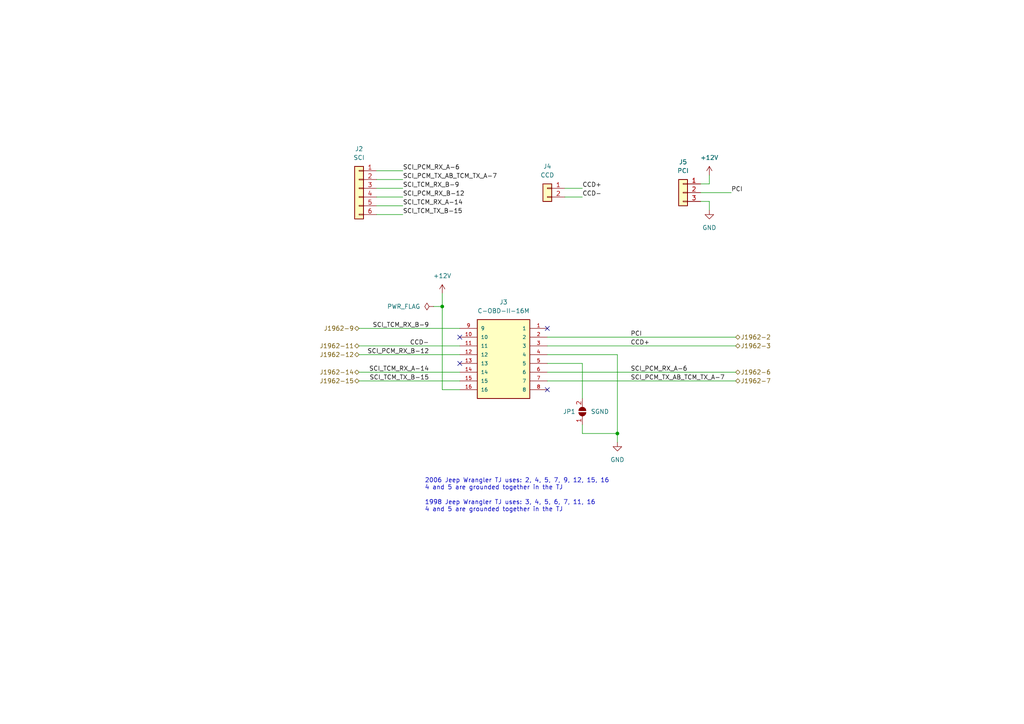
<source format=kicad_sch>
(kicad_sch (version 20211123) (generator eeschema)

  (uuid e92c4f5b-c64d-43cd-8218-b669d9a81e78)

  (paper "A4")

  (title_block
    (title "TJ Diag")
    (date "2023-09-12")
    (rev "V1.00")
    (company "andy@britishideas.com")
    (comment 1 "V210/ChryslerScanner_V210/schematic/ChryslerScanner_V210_schematic.pdf")
    (comment 2 "Based on: https://github.com/laszlodaniel/ChryslerScanner/blob/master/PCB/")
    (comment 3 "GPL V3 LICENSE")
  )

  (lib_symbols
    (symbol "ChryslerScanner:C-OBD-II-16M" (pin_names (offset 1.016)) (in_bom yes) (on_board yes)
      (property "Reference" "J" (id 0) (at -7.62 11.43 0)
        (effects (font (size 1.27 1.27)) (justify left bottom))
      )
      (property "Value" "C-OBD-II-16M" (id 1) (at -7.62 -13.97 0)
        (effects (font (size 1.27 1.27)) (justify left top))
      )
      (property "Footprint" "ChryslerScanner:COMTECH_C-OBD-II-16M" (id 2) (at 0 0 0)
        (effects (font (size 1.27 1.27)) (justify bottom) hide)
      )
      (property "Datasheet" "" (id 3) (at 0 0 0)
        (effects (font (size 1.27 1.27)) hide)
      )
      (property "PARTREV" "A" (id 4) (at 0 0 0)
        (effects (font (size 1.27 1.27)) (justify bottom) hide)
      )
      (property "MANUFACTURER" "Comtech Electronic Co." (id 5) (at 0 0 0)
        (effects (font (size 1.27 1.27)) (justify bottom) hide)
      )
      (property "MAXIMUM_PACKAGE_HEIGHT" "18.3mm" (id 6) (at 0 0 0)
        (effects (font (size 1.27 1.27)) (justify bottom) hide)
      )
      (property "STANDARD" "Manufacturer Recommendations" (id 7) (at 0 0 0)
        (effects (font (size 1.27 1.27)) (justify bottom) hide)
      )
      (property "manf#" "C-OBD-II-16M" (id 8) (at 0 0 0)
        (effects (font (size 1.27 1.27)))
      )
      (symbol "C-OBD-II-16M_0_0"
        (rectangle (start -7.62 -12.7) (end 7.62 10.16)
          (stroke (width 0.254) (type default) (color 0 0 0 0))
          (fill (type background))
        )
        (pin passive line (at -12.7 7.62 0) (length 5.08)
          (name "1" (effects (font (size 1.016 1.016))))
          (number "1" (effects (font (size 1.016 1.016))))
        )
        (pin passive line (at 12.7 5.08 180) (length 5.08)
          (name "10" (effects (font (size 1.016 1.016))))
          (number "10" (effects (font (size 1.016 1.016))))
        )
        (pin passive line (at 12.7 2.54 180) (length 5.08)
          (name "11" (effects (font (size 1.016 1.016))))
          (number "11" (effects (font (size 1.016 1.016))))
        )
        (pin passive line (at 12.7 0 180) (length 5.08)
          (name "12" (effects (font (size 1.016 1.016))))
          (number "12" (effects (font (size 1.016 1.016))))
        )
        (pin passive line (at 12.7 -2.54 180) (length 5.08)
          (name "13" (effects (font (size 1.016 1.016))))
          (number "13" (effects (font (size 1.016 1.016))))
        )
        (pin passive line (at 12.7 -5.08 180) (length 5.08)
          (name "14" (effects (font (size 1.016 1.016))))
          (number "14" (effects (font (size 1.016 1.016))))
        )
        (pin passive line (at 12.7 -7.62 180) (length 5.08)
          (name "15" (effects (font (size 1.016 1.016))))
          (number "15" (effects (font (size 1.016 1.016))))
        )
        (pin passive line (at 12.7 -10.16 180) (length 5.08)
          (name "16" (effects (font (size 1.016 1.016))))
          (number "16" (effects (font (size 1.016 1.016))))
        )
        (pin passive line (at -12.7 5.08 0) (length 5.08)
          (name "2" (effects (font (size 1.016 1.016))))
          (number "2" (effects (font (size 1.016 1.016))))
        )
        (pin passive line (at -12.7 2.54 0) (length 5.08)
          (name "3" (effects (font (size 1.016 1.016))))
          (number "3" (effects (font (size 1.016 1.016))))
        )
        (pin passive line (at -12.7 0 0) (length 5.08)
          (name "4" (effects (font (size 1.016 1.016))))
          (number "4" (effects (font (size 1.016 1.016))))
        )
        (pin passive line (at -12.7 -2.54 0) (length 5.08)
          (name "5" (effects (font (size 1.016 1.016))))
          (number "5" (effects (font (size 1.016 1.016))))
        )
        (pin passive line (at -12.7 -5.08 0) (length 5.08)
          (name "6" (effects (font (size 1.016 1.016))))
          (number "6" (effects (font (size 1.016 1.016))))
        )
        (pin passive line (at -12.7 -7.62 0) (length 5.08)
          (name "7" (effects (font (size 1.016 1.016))))
          (number "7" (effects (font (size 1.016 1.016))))
        )
        (pin passive line (at -12.7 -10.16 0) (length 5.08)
          (name "8" (effects (font (size 1.016 1.016))))
          (number "8" (effects (font (size 1.016 1.016))))
        )
        (pin passive line (at 12.7 7.62 180) (length 5.08)
          (name "9" (effects (font (size 1.016 1.016))))
          (number "9" (effects (font (size 1.016 1.016))))
        )
      )
    )
    (symbol "Connector_Generic:Conn_01x02" (pin_names (offset 1.016) hide) (in_bom yes) (on_board yes)
      (property "Reference" "J" (id 0) (at 0 2.54 0)
        (effects (font (size 1.27 1.27)))
      )
      (property "Value" "Conn_01x02" (id 1) (at 0 -5.08 0)
        (effects (font (size 1.27 1.27)))
      )
      (property "Footprint" "" (id 2) (at 0 0 0)
        (effects (font (size 1.27 1.27)) hide)
      )
      (property "Datasheet" "~" (id 3) (at 0 0 0)
        (effects (font (size 1.27 1.27)) hide)
      )
      (property "ki_keywords" "connector" (id 4) (at 0 0 0)
        (effects (font (size 1.27 1.27)) hide)
      )
      (property "ki_description" "Generic connector, single row, 01x02, script generated (kicad-library-utils/schlib/autogen/connector/)" (id 5) (at 0 0 0)
        (effects (font (size 1.27 1.27)) hide)
      )
      (property "ki_fp_filters" "Connector*:*_1x??_*" (id 6) (at 0 0 0)
        (effects (font (size 1.27 1.27)) hide)
      )
      (symbol "Conn_01x02_1_1"
        (rectangle (start -1.27 -2.413) (end 0 -2.667)
          (stroke (width 0.1524) (type default) (color 0 0 0 0))
          (fill (type none))
        )
        (rectangle (start -1.27 0.127) (end 0 -0.127)
          (stroke (width 0.1524) (type default) (color 0 0 0 0))
          (fill (type none))
        )
        (rectangle (start -1.27 1.27) (end 1.27 -3.81)
          (stroke (width 0.254) (type default) (color 0 0 0 0))
          (fill (type background))
        )
        (pin passive line (at -5.08 0 0) (length 3.81)
          (name "Pin_1" (effects (font (size 1.27 1.27))))
          (number "1" (effects (font (size 1.27 1.27))))
        )
        (pin passive line (at -5.08 -2.54 0) (length 3.81)
          (name "Pin_2" (effects (font (size 1.27 1.27))))
          (number "2" (effects (font (size 1.27 1.27))))
        )
      )
    )
    (symbol "Connector_Generic:Conn_01x03" (pin_names (offset 1.016) hide) (in_bom yes) (on_board yes)
      (property "Reference" "J" (id 0) (at 0 5.08 0)
        (effects (font (size 1.27 1.27)))
      )
      (property "Value" "Conn_01x03" (id 1) (at 0 -5.08 0)
        (effects (font (size 1.27 1.27)))
      )
      (property "Footprint" "" (id 2) (at 0 0 0)
        (effects (font (size 1.27 1.27)) hide)
      )
      (property "Datasheet" "~" (id 3) (at 0 0 0)
        (effects (font (size 1.27 1.27)) hide)
      )
      (property "ki_keywords" "connector" (id 4) (at 0 0 0)
        (effects (font (size 1.27 1.27)) hide)
      )
      (property "ki_description" "Generic connector, single row, 01x03, script generated (kicad-library-utils/schlib/autogen/connector/)" (id 5) (at 0 0 0)
        (effects (font (size 1.27 1.27)) hide)
      )
      (property "ki_fp_filters" "Connector*:*_1x??_*" (id 6) (at 0 0 0)
        (effects (font (size 1.27 1.27)) hide)
      )
      (symbol "Conn_01x03_1_1"
        (rectangle (start -1.27 -2.413) (end 0 -2.667)
          (stroke (width 0.1524) (type default) (color 0 0 0 0))
          (fill (type none))
        )
        (rectangle (start -1.27 0.127) (end 0 -0.127)
          (stroke (width 0.1524) (type default) (color 0 0 0 0))
          (fill (type none))
        )
        (rectangle (start -1.27 2.667) (end 0 2.413)
          (stroke (width 0.1524) (type default) (color 0 0 0 0))
          (fill (type none))
        )
        (rectangle (start -1.27 3.81) (end 1.27 -3.81)
          (stroke (width 0.254) (type default) (color 0 0 0 0))
          (fill (type background))
        )
        (pin passive line (at -5.08 2.54 0) (length 3.81)
          (name "Pin_1" (effects (font (size 1.27 1.27))))
          (number "1" (effects (font (size 1.27 1.27))))
        )
        (pin passive line (at -5.08 0 0) (length 3.81)
          (name "Pin_2" (effects (font (size 1.27 1.27))))
          (number "2" (effects (font (size 1.27 1.27))))
        )
        (pin passive line (at -5.08 -2.54 0) (length 3.81)
          (name "Pin_3" (effects (font (size 1.27 1.27))))
          (number "3" (effects (font (size 1.27 1.27))))
        )
      )
    )
    (symbol "Connector_Generic:Conn_01x06" (pin_names (offset 1.016) hide) (in_bom yes) (on_board yes)
      (property "Reference" "J" (id 0) (at 0 7.62 0)
        (effects (font (size 1.27 1.27)))
      )
      (property "Value" "Conn_01x06" (id 1) (at 0 -10.16 0)
        (effects (font (size 1.27 1.27)))
      )
      (property "Footprint" "" (id 2) (at 0 0 0)
        (effects (font (size 1.27 1.27)) hide)
      )
      (property "Datasheet" "~" (id 3) (at 0 0 0)
        (effects (font (size 1.27 1.27)) hide)
      )
      (property "ki_keywords" "connector" (id 4) (at 0 0 0)
        (effects (font (size 1.27 1.27)) hide)
      )
      (property "ki_description" "Generic connector, single row, 01x06, script generated (kicad-library-utils/schlib/autogen/connector/)" (id 5) (at 0 0 0)
        (effects (font (size 1.27 1.27)) hide)
      )
      (property "ki_fp_filters" "Connector*:*_1x??_*" (id 6) (at 0 0 0)
        (effects (font (size 1.27 1.27)) hide)
      )
      (symbol "Conn_01x06_1_1"
        (rectangle (start -1.27 -7.493) (end 0 -7.747)
          (stroke (width 0.1524) (type default) (color 0 0 0 0))
          (fill (type none))
        )
        (rectangle (start -1.27 -4.953) (end 0 -5.207)
          (stroke (width 0.1524) (type default) (color 0 0 0 0))
          (fill (type none))
        )
        (rectangle (start -1.27 -2.413) (end 0 -2.667)
          (stroke (width 0.1524) (type default) (color 0 0 0 0))
          (fill (type none))
        )
        (rectangle (start -1.27 0.127) (end 0 -0.127)
          (stroke (width 0.1524) (type default) (color 0 0 0 0))
          (fill (type none))
        )
        (rectangle (start -1.27 2.667) (end 0 2.413)
          (stroke (width 0.1524) (type default) (color 0 0 0 0))
          (fill (type none))
        )
        (rectangle (start -1.27 5.207) (end 0 4.953)
          (stroke (width 0.1524) (type default) (color 0 0 0 0))
          (fill (type none))
        )
        (rectangle (start -1.27 6.35) (end 1.27 -8.89)
          (stroke (width 0.254) (type default) (color 0 0 0 0))
          (fill (type background))
        )
        (pin passive line (at -5.08 5.08 0) (length 3.81)
          (name "Pin_1" (effects (font (size 1.27 1.27))))
          (number "1" (effects (font (size 1.27 1.27))))
        )
        (pin passive line (at -5.08 2.54 0) (length 3.81)
          (name "Pin_2" (effects (font (size 1.27 1.27))))
          (number "2" (effects (font (size 1.27 1.27))))
        )
        (pin passive line (at -5.08 0 0) (length 3.81)
          (name "Pin_3" (effects (font (size 1.27 1.27))))
          (number "3" (effects (font (size 1.27 1.27))))
        )
        (pin passive line (at -5.08 -2.54 0) (length 3.81)
          (name "Pin_4" (effects (font (size 1.27 1.27))))
          (number "4" (effects (font (size 1.27 1.27))))
        )
        (pin passive line (at -5.08 -5.08 0) (length 3.81)
          (name "Pin_5" (effects (font (size 1.27 1.27))))
          (number "5" (effects (font (size 1.27 1.27))))
        )
        (pin passive line (at -5.08 -7.62 0) (length 3.81)
          (name "Pin_6" (effects (font (size 1.27 1.27))))
          (number "6" (effects (font (size 1.27 1.27))))
        )
      )
    )
    (symbol "Jumper:SolderJumper_2_Open" (pin_names (offset 0) hide) (in_bom yes) (on_board yes)
      (property "Reference" "JP" (id 0) (at 0 2.032 0)
        (effects (font (size 1.27 1.27)))
      )
      (property "Value" "SolderJumper_2_Open" (id 1) (at 0 -2.54 0)
        (effects (font (size 1.27 1.27)))
      )
      (property "Footprint" "" (id 2) (at 0 0 0)
        (effects (font (size 1.27 1.27)) hide)
      )
      (property "Datasheet" "~" (id 3) (at 0 0 0)
        (effects (font (size 1.27 1.27)) hide)
      )
      (property "ki_keywords" "solder jumper SPST" (id 4) (at 0 0 0)
        (effects (font (size 1.27 1.27)) hide)
      )
      (property "ki_description" "Solder Jumper, 2-pole, open" (id 5) (at 0 0 0)
        (effects (font (size 1.27 1.27)) hide)
      )
      (property "ki_fp_filters" "SolderJumper*Open*" (id 6) (at 0 0 0)
        (effects (font (size 1.27 1.27)) hide)
      )
      (symbol "SolderJumper_2_Open_0_1"
        (arc (start -0.254 1.016) (mid -1.27 0) (end -0.254 -1.016)
          (stroke (width 0) (type default) (color 0 0 0 0))
          (fill (type none))
        )
        (arc (start -0.254 1.016) (mid -1.27 0) (end -0.254 -1.016)
          (stroke (width 0) (type default) (color 0 0 0 0))
          (fill (type outline))
        )
        (polyline
          (pts
            (xy -0.254 1.016)
            (xy -0.254 -1.016)
          )
          (stroke (width 0) (type default) (color 0 0 0 0))
          (fill (type none))
        )
        (polyline
          (pts
            (xy 0.254 1.016)
            (xy 0.254 -1.016)
          )
          (stroke (width 0) (type default) (color 0 0 0 0))
          (fill (type none))
        )
        (arc (start 0.254 -1.016) (mid 1.27 0) (end 0.254 1.016)
          (stroke (width 0) (type default) (color 0 0 0 0))
          (fill (type none))
        )
        (arc (start 0.254 -1.016) (mid 1.27 0) (end 0.254 1.016)
          (stroke (width 0) (type default) (color 0 0 0 0))
          (fill (type outline))
        )
      )
      (symbol "SolderJumper_2_Open_1_1"
        (pin passive line (at -3.81 0 0) (length 2.54)
          (name "A" (effects (font (size 1.27 1.27))))
          (number "1" (effects (font (size 1.27 1.27))))
        )
        (pin passive line (at 3.81 0 180) (length 2.54)
          (name "B" (effects (font (size 1.27 1.27))))
          (number "2" (effects (font (size 1.27 1.27))))
        )
      )
    )
    (symbol "power:+12V" (power) (pin_names (offset 0)) (in_bom yes) (on_board yes)
      (property "Reference" "#PWR" (id 0) (at 0 -3.81 0)
        (effects (font (size 1.27 1.27)) hide)
      )
      (property "Value" "+12V" (id 1) (at 0 3.556 0)
        (effects (font (size 1.27 1.27)))
      )
      (property "Footprint" "" (id 2) (at 0 0 0)
        (effects (font (size 1.27 1.27)) hide)
      )
      (property "Datasheet" "" (id 3) (at 0 0 0)
        (effects (font (size 1.27 1.27)) hide)
      )
      (property "ki_keywords" "power-flag" (id 4) (at 0 0 0)
        (effects (font (size 1.27 1.27)) hide)
      )
      (property "ki_description" "Power symbol creates a global label with name \"+12V\"" (id 5) (at 0 0 0)
        (effects (font (size 1.27 1.27)) hide)
      )
      (symbol "+12V_0_1"
        (polyline
          (pts
            (xy -0.762 1.27)
            (xy 0 2.54)
          )
          (stroke (width 0) (type default) (color 0 0 0 0))
          (fill (type none))
        )
        (polyline
          (pts
            (xy 0 0)
            (xy 0 2.54)
          )
          (stroke (width 0) (type default) (color 0 0 0 0))
          (fill (type none))
        )
        (polyline
          (pts
            (xy 0 2.54)
            (xy 0.762 1.27)
          )
          (stroke (width 0) (type default) (color 0 0 0 0))
          (fill (type none))
        )
      )
      (symbol "+12V_1_1"
        (pin power_in line (at 0 0 90) (length 0) hide
          (name "+12V" (effects (font (size 1.27 1.27))))
          (number "1" (effects (font (size 1.27 1.27))))
        )
      )
    )
    (symbol "power:GND" (power) (pin_names (offset 0)) (in_bom yes) (on_board yes)
      (property "Reference" "#PWR" (id 0) (at 0 -6.35 0)
        (effects (font (size 1.27 1.27)) hide)
      )
      (property "Value" "GND" (id 1) (at 0 -3.81 0)
        (effects (font (size 1.27 1.27)))
      )
      (property "Footprint" "" (id 2) (at 0 0 0)
        (effects (font (size 1.27 1.27)) hide)
      )
      (property "Datasheet" "" (id 3) (at 0 0 0)
        (effects (font (size 1.27 1.27)) hide)
      )
      (property "ki_keywords" "power-flag" (id 4) (at 0 0 0)
        (effects (font (size 1.27 1.27)) hide)
      )
      (property "ki_description" "Power symbol creates a global label with name \"GND\" , ground" (id 5) (at 0 0 0)
        (effects (font (size 1.27 1.27)) hide)
      )
      (symbol "GND_0_1"
        (polyline
          (pts
            (xy 0 0)
            (xy 0 -1.27)
            (xy 1.27 -1.27)
            (xy 0 -2.54)
            (xy -1.27 -1.27)
            (xy 0 -1.27)
          )
          (stroke (width 0) (type default) (color 0 0 0 0))
          (fill (type none))
        )
      )
      (symbol "GND_1_1"
        (pin power_in line (at 0 0 270) (length 0) hide
          (name "GND" (effects (font (size 1.27 1.27))))
          (number "1" (effects (font (size 1.27 1.27))))
        )
      )
    )
    (symbol "power:PWR_FLAG" (power) (pin_numbers hide) (pin_names (offset 0) hide) (in_bom yes) (on_board yes)
      (property "Reference" "#FLG" (id 0) (at 0 1.905 0)
        (effects (font (size 1.27 1.27)) hide)
      )
      (property "Value" "PWR_FLAG" (id 1) (at 0 3.81 0)
        (effects (font (size 1.27 1.27)))
      )
      (property "Footprint" "" (id 2) (at 0 0 0)
        (effects (font (size 1.27 1.27)) hide)
      )
      (property "Datasheet" "~" (id 3) (at 0 0 0)
        (effects (font (size 1.27 1.27)) hide)
      )
      (property "ki_keywords" "power-flag" (id 4) (at 0 0 0)
        (effects (font (size 1.27 1.27)) hide)
      )
      (property "ki_description" "Special symbol for telling ERC where power comes from" (id 5) (at 0 0 0)
        (effects (font (size 1.27 1.27)) hide)
      )
      (symbol "PWR_FLAG_0_0"
        (pin power_out line (at 0 0 90) (length 0)
          (name "pwr" (effects (font (size 1.27 1.27))))
          (number "1" (effects (font (size 1.27 1.27))))
        )
      )
      (symbol "PWR_FLAG_0_1"
        (polyline
          (pts
            (xy 0 0)
            (xy 0 1.27)
            (xy -1.016 1.905)
            (xy 0 2.54)
            (xy 1.016 1.905)
            (xy 0 1.27)
          )
          (stroke (width 0) (type default) (color 0 0 0 0))
          (fill (type none))
        )
      )
    )
  )

  (junction (at 128.27 88.9) (diameter 0) (color 0 0 0 0)
    (uuid 82c038f6-3845-4900-9df3-e3c411fd8244)
  )
  (junction (at 179.07 125.73) (diameter 0) (color 0 0 0 0)
    (uuid e328a25c-eb66-4cde-a46f-0c85c9016821)
  )

  (no_connect (at 133.35 97.79) (uuid 8920eeef-51d3-4f02-adf1-322f9d8e889d))
  (no_connect (at 133.35 105.41) (uuid 8920eeef-51d3-4f02-adf1-322f9d8e889e))
  (no_connect (at 158.75 95.25) (uuid 8920eeef-51d3-4f02-adf1-322f9d8e889f))
  (no_connect (at 158.75 113.03) (uuid 8920eeef-51d3-4f02-adf1-322f9d8e88a0))

  (wire (pts (xy 158.75 97.79) (xy 213.36 97.79))
    (stroke (width 0) (type default) (color 0 0 0 0))
    (uuid 00945332-fabd-4b56-aa1e-c497c1387baa)
  )
  (wire (pts (xy 205.74 58.42) (xy 203.2 58.42))
    (stroke (width 0) (type default) (color 0 0 0 0))
    (uuid 0bf93111-0c64-422f-86e9-ec675f3a9f93)
  )
  (wire (pts (xy 104.14 95.25) (xy 133.35 95.25))
    (stroke (width 0) (type default) (color 0 0 0 0))
    (uuid 2358504f-2866-4c02-8aad-3d25fa51a498)
  )
  (wire (pts (xy 109.22 54.61) (xy 116.84 54.61))
    (stroke (width 0) (type default) (color 0 0 0 0))
    (uuid 29fad35d-71e1-4d57-8f26-5e1f526f7988)
  )
  (wire (pts (xy 109.22 59.69) (xy 116.84 59.69))
    (stroke (width 0) (type default) (color 0 0 0 0))
    (uuid 4482df6f-64c7-4b3e-bd26-d419c407e1a5)
  )
  (wire (pts (xy 168.91 105.41) (xy 158.75 105.41))
    (stroke (width 0) (type default) (color 0 0 0 0))
    (uuid 4a3b38c8-9df7-409d-a7f0-288810722998)
  )
  (wire (pts (xy 203.2 55.88) (xy 212.09 55.88))
    (stroke (width 0) (type default) (color 0 0 0 0))
    (uuid 5d941318-d70b-4acc-84fa-7e5a0f319b17)
  )
  (wire (pts (xy 104.14 110.49) (xy 133.35 110.49))
    (stroke (width 0) (type default) (color 0 0 0 0))
    (uuid 5ff77c78-e523-4896-80c8-5d4c2e132d1c)
  )
  (wire (pts (xy 158.75 100.33) (xy 213.36 100.33))
    (stroke (width 0) (type default) (color 0 0 0 0))
    (uuid 72ee5af2-43a8-420f-87af-afd77e7c3a95)
  )
  (wire (pts (xy 128.27 113.03) (xy 133.35 113.03))
    (stroke (width 0) (type default) (color 0 0 0 0))
    (uuid 75acfbde-179f-4948-abbc-82c709b247fe)
  )
  (wire (pts (xy 168.91 115.57) (xy 168.91 105.41))
    (stroke (width 0) (type default) (color 0 0 0 0))
    (uuid 80ac9610-6d1a-4922-a884-051ea2218869)
  )
  (wire (pts (xy 104.14 107.95) (xy 133.35 107.95))
    (stroke (width 0) (type default) (color 0 0 0 0))
    (uuid 83f5c25c-c34a-423b-9f0e-ec6bad8d485a)
  )
  (wire (pts (xy 128.27 88.9) (xy 128.27 113.03))
    (stroke (width 0) (type default) (color 0 0 0 0))
    (uuid 8cf010bd-a460-4e10-b1da-6e7d85ba414e)
  )
  (wire (pts (xy 109.22 49.53) (xy 116.84 49.53))
    (stroke (width 0) (type default) (color 0 0 0 0))
    (uuid 8df43eb0-643a-4c6d-9919-22d371cabbe8)
  )
  (wire (pts (xy 205.74 60.96) (xy 205.74 58.42))
    (stroke (width 0) (type default) (color 0 0 0 0))
    (uuid 90f294ec-a053-435e-b74b-ee3c5d17e30c)
  )
  (wire (pts (xy 109.22 57.15) (xy 116.84 57.15))
    (stroke (width 0) (type default) (color 0 0 0 0))
    (uuid 97e43c64-a6b5-4434-938b-3743830bc84c)
  )
  (wire (pts (xy 158.75 110.49) (xy 213.36 110.49))
    (stroke (width 0) (type default) (color 0 0 0 0))
    (uuid 9f0b1884-21f3-43d6-aa1b-2d736d83fca2)
  )
  (wire (pts (xy 205.74 53.34) (xy 203.2 53.34))
    (stroke (width 0) (type default) (color 0 0 0 0))
    (uuid b169c412-a730-476f-8cdf-09ad373979db)
  )
  (wire (pts (xy 179.07 128.27) (xy 179.07 125.73))
    (stroke (width 0) (type default) (color 0 0 0 0))
    (uuid bcbe4209-c881-47fa-9935-6e8fe72f23e5)
  )
  (wire (pts (xy 163.83 57.15) (xy 168.91 57.15))
    (stroke (width 0) (type default) (color 0 0 0 0))
    (uuid bcd0645b-fe5d-4e04-bd7e-fca547cb67fb)
  )
  (wire (pts (xy 104.14 102.87) (xy 133.35 102.87))
    (stroke (width 0) (type default) (color 0 0 0 0))
    (uuid bf1f703c-3eef-4000-bd36-83fdc40833bd)
  )
  (wire (pts (xy 158.75 107.95) (xy 213.36 107.95))
    (stroke (width 0) (type default) (color 0 0 0 0))
    (uuid cc38f59f-8507-414a-b752-a6af14510543)
  )
  (wire (pts (xy 205.74 50.8) (xy 205.74 53.34))
    (stroke (width 0) (type default) (color 0 0 0 0))
    (uuid d0895edf-4b7a-41d1-b845-b8c307f85678)
  )
  (wire (pts (xy 125.73 88.9) (xy 128.27 88.9))
    (stroke (width 0) (type default) (color 0 0 0 0))
    (uuid d1af1f1b-a28c-4e84-83f9-914b21d397ce)
  )
  (wire (pts (xy 163.83 54.61) (xy 168.91 54.61))
    (stroke (width 0) (type default) (color 0 0 0 0))
    (uuid d56bebfe-3adf-4ef4-b71a-b9394749122c)
  )
  (wire (pts (xy 168.91 123.19) (xy 168.91 125.73))
    (stroke (width 0) (type default) (color 0 0 0 0))
    (uuid d6130ceb-5609-4227-b59f-387383995436)
  )
  (wire (pts (xy 104.14 100.33) (xy 133.35 100.33))
    (stroke (width 0) (type default) (color 0 0 0 0))
    (uuid e5bd4ff4-7760-4432-8cc0-1df7c19dedc0)
  )
  (wire (pts (xy 109.22 62.23) (xy 116.84 62.23))
    (stroke (width 0) (type default) (color 0 0 0 0))
    (uuid e80e077d-dda6-47ac-a79f-1e96670f6968)
  )
  (wire (pts (xy 168.91 125.73) (xy 179.07 125.73))
    (stroke (width 0) (type default) (color 0 0 0 0))
    (uuid efec35f8-e7a7-49c8-bed2-88bbd5a3b912)
  )
  (wire (pts (xy 179.07 102.87) (xy 158.75 102.87))
    (stroke (width 0) (type default) (color 0 0 0 0))
    (uuid f2c460ee-0115-4daa-9273-8b24b9383fa3)
  )
  (wire (pts (xy 179.07 125.73) (xy 179.07 102.87))
    (stroke (width 0) (type default) (color 0 0 0 0))
    (uuid f9efd48f-5e05-41f6-a8b2-77fb43977482)
  )
  (wire (pts (xy 128.27 85.09) (xy 128.27 88.9))
    (stroke (width 0) (type default) (color 0 0 0 0))
    (uuid faff3ceb-1fed-489a-adf3-4a20adee8628)
  )
  (wire (pts (xy 109.22 52.07) (xy 116.84 52.07))
    (stroke (width 0) (type default) (color 0 0 0 0))
    (uuid fd7f833a-a46d-425a-b23b-d1890407a6d6)
  )

  (text "2006 Jeep Wrangler TJ uses: 2, 4, 5, 7, 9, 12, 15, 16\n4 and 5 are grounded together in the TJ"
    (at 123.19 142.24 0)
    (effects (font (size 1.27 1.27)) (justify left bottom))
    (uuid aff8890b-c0fa-45bc-8768-ebacd70bc2dd)
  )
  (text "1998 Jeep Wrangler TJ uses: 3, 4, 5, 6, 7, 11, 16\n4 and 5 are grounded together in the TJ"
    (at 123.19 148.59 0)
    (effects (font (size 1.27 1.27)) (justify left bottom))
    (uuid bda4c2c3-9cae-48d7-a8ab-476b18438088)
  )

  (label "PCI" (at 182.88 97.79 0)
    (effects (font (size 1.27 1.27)) (justify left bottom))
    (uuid 283beb1b-4741-4de3-98cf-11badc7623c5)
  )
  (label "SCI_TCM_TX_B-15" (at 116.84 62.23 0)
    (effects (font (size 1.27 1.27)) (justify left bottom))
    (uuid 2b20c969-2a2d-45d9-ba7c-139fe6624be1)
  )
  (label "SCI_PCM_TX_AB_TCM_TX_A-7" (at 182.88 110.49 0)
    (effects (font (size 1.27 1.27)) (justify left bottom))
    (uuid 348d8b6a-4c74-409f-b492-ffef64d4ffe6)
  )
  (label "SCI_PCM_RX_B-12" (at 116.84 57.15 0)
    (effects (font (size 1.27 1.27)) (justify left bottom))
    (uuid 48c8ef74-ed2c-4f89-99cc-4fc3958b8675)
  )
  (label "PCI" (at 212.09 55.88 0)
    (effects (font (size 1.27 1.27)) (justify left bottom))
    (uuid 55eb5c3b-6cb4-43f5-adea-18b92f952eda)
  )
  (label "SCI_PCM_RX_A-6" (at 116.84 49.53 0)
    (effects (font (size 1.27 1.27)) (justify left bottom))
    (uuid 6b247bb1-a922-47e8-a0cc-703dfc0dc27f)
  )
  (label "CCD+" (at 168.91 54.61 0)
    (effects (font (size 1.27 1.27)) (justify left bottom))
    (uuid 7e65e8d6-d832-4bd4-991c-ab741e3add90)
  )
  (label "SCI_TCM_RX_B-9" (at 124.46 95.25 180)
    (effects (font (size 1.27 1.27)) (justify right bottom))
    (uuid 8a986259-0588-4c7e-b19f-5402450116c6)
  )
  (label "CCD-" (at 168.91 57.15 0)
    (effects (font (size 1.27 1.27)) (justify left bottom))
    (uuid 9f96e729-2bb8-421a-bf40-1271f6289439)
  )
  (label "SCI_PCM_RX_A-6" (at 182.88 107.95 0)
    (effects (font (size 1.27 1.27)) (justify left bottom))
    (uuid a221712b-b5e3-42c6-8de1-549afbe44f6c)
  )
  (label "CCD-" (at 124.46 100.33 180)
    (effects (font (size 1.27 1.27)) (justify right bottom))
    (uuid ac901ec8-1080-4e12-802a-89c6194a9370)
  )
  (label "SCI_TCM_RX_A-14" (at 116.84 59.69 0)
    (effects (font (size 1.27 1.27)) (justify left bottom))
    (uuid ada1208a-e308-4a2c-8259-ff3b0e0b5866)
  )
  (label "SCI_TCM_RX_A-14" (at 124.46 107.95 180)
    (effects (font (size 1.27 1.27)) (justify right bottom))
    (uuid bc203b5f-0791-4d10-80c9-5628329104d4)
  )
  (label "SCI_PCM_RX_B-12" (at 124.46 102.87 180)
    (effects (font (size 1.27 1.27)) (justify right bottom))
    (uuid c08e1309-a35a-4cb4-ac18-266c89bfa37f)
  )
  (label "SCI_TCM_TX_B-15" (at 124.46 110.49 180)
    (effects (font (size 1.27 1.27)) (justify right bottom))
    (uuid c3f089c4-19bc-47e4-9764-6b31b4a06921)
  )
  (label "SCI_TCM_RX_B-9" (at 116.84 54.61 0)
    (effects (font (size 1.27 1.27)) (justify left bottom))
    (uuid c59b6a71-813b-478c-8a27-f3403eeaf1e9)
  )
  (label "SCI_PCM_TX_AB_TCM_TX_A-7" (at 116.84 52.07 0)
    (effects (font (size 1.27 1.27)) (justify left bottom))
    (uuid cef357e6-20d2-4937-91fa-a59486017884)
  )
  (label "CCD+" (at 182.88 100.33 0)
    (effects (font (size 1.27 1.27)) (justify left bottom))
    (uuid d6515c88-315e-47a3-88a7-f48de71028f4)
  )

  (hierarchical_label "J1962-15" (shape bidirectional) (at 104.14 110.49 180)
    (effects (font (size 1.27 1.27)) (justify right))
    (uuid 0eb0ffe3-d3ca-44d9-8d1c-ec3acda05b81)
  )
  (hierarchical_label "J1962-3" (shape bidirectional) (at 213.36 100.33 0)
    (effects (font (size 1.27 1.27)) (justify left))
    (uuid 1a7940e9-d077-44b6-851e-7942ca2e7ff4)
  )
  (hierarchical_label "J1962-14" (shape bidirectional) (at 104.14 107.95 180)
    (effects (font (size 1.27 1.27)) (justify right))
    (uuid 2ef6ccd0-9391-4813-87c5-2faaf90ddb8e)
  )
  (hierarchical_label "J1962-7" (shape bidirectional) (at 213.36 110.49 0)
    (effects (font (size 1.27 1.27)) (justify left))
    (uuid 363e975d-b973-441b-9dd6-5cbb1be2fdd2)
  )
  (hierarchical_label "J1962-12" (shape bidirectional) (at 104.14 102.87 180)
    (effects (font (size 1.27 1.27)) (justify right))
    (uuid 91119006-f32e-4dbe-8d1f-822a7fbe3b00)
  )
  (hierarchical_label "J1962-11" (shape bidirectional) (at 104.14 100.33 180)
    (effects (font (size 1.27 1.27)) (justify right))
    (uuid 92592502-1d6e-4073-a3be-0ab927f38708)
  )
  (hierarchical_label "J1962-6" (shape bidirectional) (at 213.36 107.95 0)
    (effects (font (size 1.27 1.27)) (justify left))
    (uuid d8bf543d-bea2-4cee-a3dc-0f1d0d8f79c4)
  )
  (hierarchical_label "J1962-2" (shape bidirectional) (at 213.36 97.79 0)
    (effects (font (size 1.27 1.27)) (justify left))
    (uuid e18242b5-d281-47b4-8d91-518f1e61f1e4)
  )
  (hierarchical_label "J1962-9" (shape bidirectional) (at 104.14 95.25 180)
    (effects (font (size 1.27 1.27)) (justify right))
    (uuid ff200506-da36-4add-a3cf-f77c2866bcc1)
  )

  (symbol (lib_id "Jumper:SolderJumper_2_Open") (at 168.91 119.38 90) (unit 1)
    (in_bom yes) (on_board yes)
    (uuid 62f02884-6db8-4f0c-9324-322bcd13258b)
    (property "Reference" "JP1" (id 0) (at 165.1 119.38 90))
    (property "Value" "SGND" (id 1) (at 173.99 119.38 90))
    (property "Footprint" "Jumper:SolderJumper-2_P1.3mm_Open_TrianglePad1.0x1.5mm" (id 2) (at 168.91 119.38 0)
      (effects (font (size 1.27 1.27)) hide)
    )
    (property "Datasheet" "~" (id 3) (at 168.91 119.38 0)
      (effects (font (size 1.27 1.27)) hide)
    )
    (pin "1" (uuid 3c52c4b4-9e17-4437-9c93-ae78c8245544))
    (pin "2" (uuid 58460a7a-c4aa-4702-8ab3-109c1af9accb))
  )

  (symbol (lib_id "power:PWR_FLAG") (at 125.73 88.9 90) (unit 1)
    (in_bom yes) (on_board yes) (fields_autoplaced)
    (uuid 7a184a2a-b549-4d7a-904b-5bbaf7a5dba9)
    (property "Reference" "#FLG02" (id 0) (at 123.825 88.9 0)
      (effects (font (size 1.27 1.27)) hide)
    )
    (property "Value" "PWR_FLAG" (id 1) (at 121.92 88.8999 90)
      (effects (font (size 1.27 1.27)) (justify left))
    )
    (property "Footprint" "" (id 2) (at 125.73 88.9 0)
      (effects (font (size 1.27 1.27)) hide)
    )
    (property "Datasheet" "~" (id 3) (at 125.73 88.9 0)
      (effects (font (size 1.27 1.27)) hide)
    )
    (pin "1" (uuid ddc149d6-89df-4bd3-9daa-7de8b79e7fac))
  )

  (symbol (lib_id "Connector_Generic:Conn_01x02") (at 158.75 54.61 0) (mirror y) (unit 1)
    (in_bom yes) (on_board yes) (fields_autoplaced)
    (uuid 7cddefc1-d55e-4c89-85ac-f2827ee29352)
    (property "Reference" "J4" (id 0) (at 158.75 48.26 0))
    (property "Value" "CCD" (id 1) (at 158.75 50.8 0))
    (property "Footprint" "Connector_PinHeader_2.54mm:PinHeader_1x02_P2.54mm_Vertical" (id 2) (at 158.75 54.61 0)
      (effects (font (size 1.27 1.27)) hide)
    )
    (property "Datasheet" "~" (id 3) (at 158.75 54.61 0)
      (effects (font (size 1.27 1.27)) hide)
    )
    (pin "1" (uuid 67e64966-e7b9-4c32-9a55-228aac70bf7d))
    (pin "2" (uuid d49cedaf-c0ba-4412-b46e-f61519ae66a1))
  )

  (symbol (lib_id "Connector_Generic:Conn_01x06") (at 104.14 54.61 0) (mirror y) (unit 1)
    (in_bom yes) (on_board yes) (fields_autoplaced)
    (uuid 83d48f0a-9388-4bb3-948c-e89d5cfa6df5)
    (property "Reference" "J2" (id 0) (at 104.14 43.18 0))
    (property "Value" "SCI" (id 1) (at 104.14 45.72 0))
    (property "Footprint" "Connector_PinHeader_2.54mm:PinHeader_1x06_P2.54mm_Vertical" (id 2) (at 104.14 54.61 0)
      (effects (font (size 1.27 1.27)) hide)
    )
    (property "Datasheet" "~" (id 3) (at 104.14 54.61 0)
      (effects (font (size 1.27 1.27)) hide)
    )
    (pin "1" (uuid 7e0456af-28b9-4cee-b4a6-ecd44960382d))
    (pin "2" (uuid be32cacb-7fee-4ffb-b3c5-192dc71ad197))
    (pin "3" (uuid a84705a8-b4d4-419f-8d5f-4469cbab27cd))
    (pin "4" (uuid 15baeebb-20ef-4601-8142-267626f2b09f))
    (pin "5" (uuid 3b51f80f-4089-4c1f-8215-608c8263b92f))
    (pin "6" (uuid 32b07d32-ab58-4c79-bdea-766e0a683e9f))
  )

  (symbol (lib_id "power:GND") (at 179.07 128.27 0) (unit 1)
    (in_bom yes) (on_board yes) (fields_autoplaced)
    (uuid 84b6e4d1-0b45-4c3f-a787-fdab62e127b0)
    (property "Reference" "#PWR034" (id 0) (at 179.07 134.62 0)
      (effects (font (size 1.27 1.27)) hide)
    )
    (property "Value" "GND" (id 1) (at 179.07 133.35 0))
    (property "Footprint" "" (id 2) (at 179.07 128.27 0)
      (effects (font (size 1.27 1.27)) hide)
    )
    (property "Datasheet" "" (id 3) (at 179.07 128.27 0)
      (effects (font (size 1.27 1.27)) hide)
    )
    (pin "1" (uuid c9393fe4-b67a-4e5c-8d8c-f4b2a5e500ba))
  )

  (symbol (lib_id "ChryslerScanner:C-OBD-II-16M") (at 146.05 102.87 0) (mirror y) (unit 1)
    (in_bom yes) (on_board yes) (fields_autoplaced)
    (uuid 876bf173-e0f9-4ba8-a371-35ebe7d5027c)
    (property "Reference" "J3" (id 0) (at 146.05 87.63 0))
    (property "Value" "C-OBD-II-16M" (id 1) (at 146.05 90.17 0))
    (property "Footprint" "ChryslerScanner:COMTECH_C-OBD-II-16M" (id 2) (at 146.05 102.87 0)
      (effects (font (size 1.27 1.27)) (justify bottom) hide)
    )
    (property "Datasheet" "" (id 3) (at 146.05 102.87 0)
      (effects (font (size 1.27 1.27)) hide)
    )
    (property "PARTREV" "A" (id 4) (at 146.05 102.87 0)
      (effects (font (size 1.27 1.27)) (justify bottom) hide)
    )
    (property "MANUFACTURER" "Comtech Electronic Co." (id 5) (at 146.05 102.87 0)
      (effects (font (size 1.27 1.27)) (justify bottom) hide)
    )
    (property "MAXIMUM_PACKAGE_HEIGHT" "18.3mm" (id 6) (at 146.05 102.87 0)
      (effects (font (size 1.27 1.27)) (justify bottom) hide)
    )
    (property "STANDARD" "Manufacturer Recommendations" (id 7) (at 146.05 102.87 0)
      (effects (font (size 1.27 1.27)) (justify bottom) hide)
    )
    (property "manf#" "C-OBD-II-16M" (id 8) (at 146.05 90.17 0)
      (effects (font (size 1.27 1.27)) hide)
    )
    (pin "1" (uuid 23adfacd-ca09-4928-8a4a-b15f252c551c))
    (pin "10" (uuid 442cff6e-f4c8-4c16-932d-79a67322d532))
    (pin "11" (uuid 01ef57ad-1413-4eb6-9fe0-6fc73c099ac4))
    (pin "12" (uuid 75f7e7a5-6757-4584-afc9-67903e50ba82))
    (pin "13" (uuid 527a3173-db8d-4ef6-bc36-4667bf86220e))
    (pin "14" (uuid e2018b40-48bc-4fcb-9f8b-9b5f67cac9d1))
    (pin "15" (uuid 3226e03f-31da-4aa7-b47e-4136520baf38))
    (pin "16" (uuid 53e04776-38af-4557-aa1b-c2d7d14e0c57))
    (pin "2" (uuid c79920b7-def9-4114-91ec-002a27aee840))
    (pin "3" (uuid 7697eade-5fa1-4830-ad8f-59e5d0031a51))
    (pin "4" (uuid 85a60249-768e-447b-894c-f03a28b912cb))
    (pin "5" (uuid 83c12e30-2555-4dcf-a1a0-afbdca03fb55))
    (pin "6" (uuid 72a94fdd-fe3a-4016-b1bf-0ecb63a2d5fb))
    (pin "7" (uuid 88744f13-0610-4484-baf8-e82ae765dd78))
    (pin "8" (uuid 093f245c-19c0-4c88-82e2-cf02ac3219f7))
    (pin "9" (uuid e3ade861-2c67-41b4-82f5-b67390b5cc2e))
  )

  (symbol (lib_id "Connector_Generic:Conn_01x03") (at 198.12 55.88 0) (mirror y) (unit 1)
    (in_bom yes) (on_board yes)
    (uuid bb8684f8-14cb-4343-af71-ea9690af400b)
    (property "Reference" "J5" (id 0) (at 198.12 46.99 0))
    (property "Value" "PCI" (id 1) (at 198.12 49.53 0))
    (property "Footprint" "Connector_PinHeader_2.54mm:PinHeader_1x03_P2.54mm_Vertical" (id 2) (at 198.12 55.88 0)
      (effects (font (size 1.27 1.27)) hide)
    )
    (property "Datasheet" "~" (id 3) (at 198.12 55.88 0)
      (effects (font (size 1.27 1.27)) hide)
    )
    (property "manf#" "" (id 4) (at 198.12 55.88 0)
      (effects (font (size 1.27 1.27)) hide)
    )
    (pin "1" (uuid dbccb06a-cc57-428e-9371-3ef19b8cb7dc))
    (pin "2" (uuid f5b623f2-5139-4511-ab0a-784c1cbec536))
    (pin "3" (uuid 0817c21a-0777-4a7f-87a4-5d6206c618f9))
  )

  (symbol (lib_id "power:GND") (at 205.74 60.96 0) (unit 1)
    (in_bom yes) (on_board yes) (fields_autoplaced)
    (uuid ce0e8e78-d1af-42a7-93f8-1d8d89c96678)
    (property "Reference" "#PWR036" (id 0) (at 205.74 67.31 0)
      (effects (font (size 1.27 1.27)) hide)
    )
    (property "Value" "GND" (id 1) (at 205.74 66.04 0))
    (property "Footprint" "" (id 2) (at 205.74 60.96 0)
      (effects (font (size 1.27 1.27)) hide)
    )
    (property "Datasheet" "" (id 3) (at 205.74 60.96 0)
      (effects (font (size 1.27 1.27)) hide)
    )
    (pin "1" (uuid 44ef9933-3b7e-4645-963e-e05ed5b8bbd6))
  )

  (symbol (lib_id "power:+12V") (at 128.27 85.09 0) (unit 1)
    (in_bom yes) (on_board yes) (fields_autoplaced)
    (uuid d09ce88f-b195-40e9-8bd6-7dd28e46123d)
    (property "Reference" "#PWR033" (id 0) (at 128.27 88.9 0)
      (effects (font (size 1.27 1.27)) hide)
    )
    (property "Value" "+12V" (id 1) (at 128.27 80.01 0))
    (property "Footprint" "" (id 2) (at 128.27 85.09 0)
      (effects (font (size 1.27 1.27)) hide)
    )
    (property "Datasheet" "" (id 3) (at 128.27 85.09 0)
      (effects (font (size 1.27 1.27)) hide)
    )
    (pin "1" (uuid 7260402f-d72f-4b11-ac91-b4b593b8b347))
  )

  (symbol (lib_id "power:+12V") (at 205.74 50.8 0) (unit 1)
    (in_bom yes) (on_board yes) (fields_autoplaced)
    (uuid daab8b51-1724-4182-bb68-23ea28ad7385)
    (property "Reference" "#PWR035" (id 0) (at 205.74 54.61 0)
      (effects (font (size 1.27 1.27)) hide)
    )
    (property "Value" "+12V" (id 1) (at 205.74 45.72 0))
    (property "Footprint" "" (id 2) (at 205.74 50.8 0)
      (effects (font (size 1.27 1.27)) hide)
    )
    (property "Datasheet" "" (id 3) (at 205.74 50.8 0)
      (effects (font (size 1.27 1.27)) hide)
    )
    (pin "1" (uuid 5a4c6c8a-229f-4ec6-b82a-f14cbf0fd3ae))
  )
)

</source>
